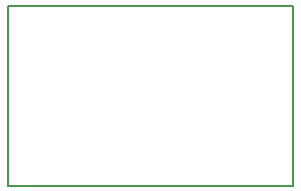
<source format=gbr>
G04 #@! TF.FileFunction,Profile,NP*
%FSLAX46Y46*%
G04 Gerber Fmt 4.6, Leading zero omitted, Abs format (unit mm)*
G04 Created by KiCad (PCBNEW 4.0.2-stable) date Wednesday, 03 August 2016 'amt' 10:39:47*
%MOMM*%
G01*
G04 APERTURE LIST*
%ADD10C,0.100000*%
%ADD11C,0.150000*%
G04 APERTURE END LIST*
D10*
D11*
X114300000Y-93980000D02*
X138430000Y-93980000D01*
X114300000Y-109220000D02*
X114300000Y-93980000D01*
X138430000Y-109220000D02*
X114300000Y-109220000D01*
X138430000Y-93980000D02*
X138430000Y-109220000D01*
M02*

</source>
